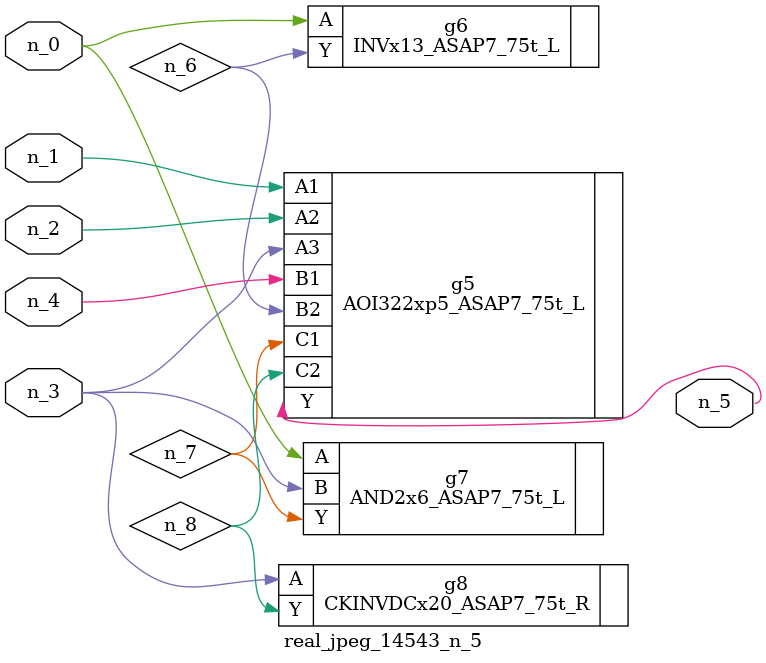
<source format=v>
module real_jpeg_14543_n_5 (n_4, n_0, n_1, n_2, n_3, n_5);

input n_4;
input n_0;
input n_1;
input n_2;
input n_3;

output n_5;

wire n_8;
wire n_6;
wire n_7;

INVx13_ASAP7_75t_L g6 ( 
.A(n_0),
.Y(n_6)
);

AND2x6_ASAP7_75t_L g7 ( 
.A(n_0),
.B(n_3),
.Y(n_7)
);

AOI322xp5_ASAP7_75t_L g5 ( 
.A1(n_1),
.A2(n_2),
.A3(n_3),
.B1(n_4),
.B2(n_6),
.C1(n_7),
.C2(n_8),
.Y(n_5)
);

CKINVDCx20_ASAP7_75t_R g8 ( 
.A(n_3),
.Y(n_8)
);


endmodule
</source>
